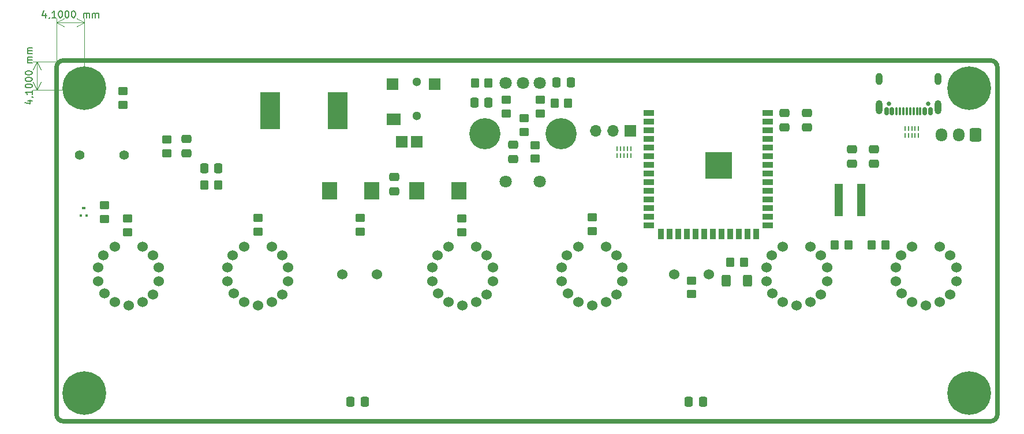
<source format=gbr>
%TF.GenerationSoftware,KiCad,Pcbnew,8.0.6*%
%TF.CreationDate,2024-10-16T19:54:22+02:00*%
%TF.ProjectId,nixie_alarm_main_board,6e697869-655f-4616-9c61-726d5f6d6169,rev?*%
%TF.SameCoordinates,Original*%
%TF.FileFunction,Soldermask,Bot*%
%TF.FilePolarity,Negative*%
%FSLAX46Y46*%
G04 Gerber Fmt 4.6, Leading zero omitted, Abs format (unit mm)*
G04 Created by KiCad (PCBNEW 8.0.6) date 2024-10-16 19:54:22*
%MOMM*%
%LPD*%
G01*
G04 APERTURE LIST*
G04 Aperture macros list*
%AMRoundRect*
0 Rectangle with rounded corners*
0 $1 Rounding radius*
0 $2 $3 $4 $5 $6 $7 $8 $9 X,Y pos of 4 corners*
0 Add a 4 corners polygon primitive as box body*
4,1,4,$2,$3,$4,$5,$6,$7,$8,$9,$2,$3,0*
0 Add four circle primitives for the rounded corners*
1,1,$1+$1,$2,$3*
1,1,$1+$1,$4,$5*
1,1,$1+$1,$6,$7*
1,1,$1+$1,$8,$9*
0 Add four rect primitives between the rounded corners*
20,1,$1+$1,$2,$3,$4,$5,0*
20,1,$1+$1,$4,$5,$6,$7,0*
20,1,$1+$1,$6,$7,$8,$9,0*
20,1,$1+$1,$8,$9,$2,$3,0*%
G04 Aperture macros list end*
%ADD10C,0.700000*%
%ADD11C,0.150000*%
%ADD12C,0.100000*%
%ADD13C,1.524000*%
%ADD14C,0.800000*%
%ADD15C,6.400000*%
%ADD16C,1.800000*%
%ADD17C,4.572000*%
%ADD18RoundRect,0.250000X-0.475000X0.337500X-0.475000X-0.337500X0.475000X-0.337500X0.475000X0.337500X0*%
%ADD19R,0.400000X0.450000*%
%ADD20R,0.500000X0.450000*%
%ADD21RoundRect,0.250000X0.450000X-0.350000X0.450000X0.350000X-0.450000X0.350000X-0.450000X-0.350000X0*%
%ADD22RoundRect,0.250000X-0.450000X0.350000X-0.450000X-0.350000X0.450000X-0.350000X0.450000X0.350000X0*%
%ADD23RoundRect,0.250000X0.337500X0.475000X-0.337500X0.475000X-0.337500X-0.475000X0.337500X-0.475000X0*%
%ADD24R,2.900000X5.400000*%
%ADD25R,0.250000X0.750000*%
%ADD26R,2.300000X2.500000*%
%ADD27R,1.250000X4.700000*%
%ADD28RoundRect,0.250000X0.350000X0.450000X-0.350000X0.450000X-0.350000X-0.450000X0.350000X-0.450000X0*%
%ADD29R,1.700000X1.700000*%
%ADD30O,1.700000X1.700000*%
%ADD31RoundRect,0.250000X0.475000X-0.337500X0.475000X0.337500X-0.475000X0.337500X-0.475000X-0.337500X0*%
%ADD32RoundRect,0.250000X-0.350000X-0.450000X0.350000X-0.450000X0.350000X0.450000X-0.350000X0.450000X0*%
%ADD33RoundRect,0.250000X-0.337500X-0.475000X0.337500X-0.475000X0.337500X0.475000X-0.337500X0.475000X0*%
%ADD34RoundRect,0.250000X-0.400000X-0.625000X0.400000X-0.625000X0.400000X0.625000X-0.400000X0.625000X0*%
%ADD35RoundRect,0.250000X0.600000X0.725000X-0.600000X0.725000X-0.600000X-0.725000X0.600000X-0.725000X0*%
%ADD36O,1.700000X1.950000*%
%ADD37C,1.410000*%
%ADD38C,1.300000*%
%ADD39R,1.800000X1.700000*%
%ADD40R,2.100000X1.800000*%
%ADD41R,1.700000X1.800000*%
%ADD42R,1.500000X0.900000*%
%ADD43R,0.900000X1.500000*%
%ADD44C,0.600000*%
%ADD45R,3.900000X3.900000*%
%ADD46C,0.650000*%
%ADD47RoundRect,0.150000X-0.150000X-0.425000X0.150000X-0.425000X0.150000X0.425000X-0.150000X0.425000X0*%
%ADD48RoundRect,0.075000X-0.075000X-0.500000X0.075000X-0.500000X0.075000X0.500000X-0.075000X0.500000X0*%
%ADD49O,1.000000X1.800000*%
%ADD50O,1.000000X2.100000*%
G04 APERTURE END LIST*
D10*
X223900000Y-126500000D02*
X87900000Y-126500000D01*
X86900000Y-125500000D02*
X86900000Y-74500000D01*
X87900000Y-73500000D02*
X223900000Y-73500000D01*
X86900000Y-74500000D02*
G75*
G02*
X87900000Y-73500000I1000000J0D01*
G01*
X223900000Y-73500000D02*
G75*
G02*
X224900000Y-74500000I0J-1000000D01*
G01*
X224900000Y-125500000D02*
G75*
G02*
X223900000Y-126500000I-1000000J0D01*
G01*
X224900000Y-74500000D02*
X224900000Y-125500000D01*
X87900000Y-126500000D02*
G75*
G02*
X86900000Y-125500000I0J1000000D01*
G01*
D11*
X85283333Y-66538152D02*
X85283333Y-67204819D01*
X85045238Y-66157200D02*
X84807143Y-66871485D01*
X84807143Y-66871485D02*
X85426190Y-66871485D01*
X85854762Y-67157200D02*
X85854762Y-67204819D01*
X85854762Y-67204819D02*
X85807143Y-67300057D01*
X85807143Y-67300057D02*
X85759524Y-67347676D01*
X86807142Y-67204819D02*
X86235714Y-67204819D01*
X86521428Y-67204819D02*
X86521428Y-66204819D01*
X86521428Y-66204819D02*
X86426190Y-66347676D01*
X86426190Y-66347676D02*
X86330952Y-66442914D01*
X86330952Y-66442914D02*
X86235714Y-66490533D01*
X87426190Y-66204819D02*
X87521428Y-66204819D01*
X87521428Y-66204819D02*
X87616666Y-66252438D01*
X87616666Y-66252438D02*
X87664285Y-66300057D01*
X87664285Y-66300057D02*
X87711904Y-66395295D01*
X87711904Y-66395295D02*
X87759523Y-66585771D01*
X87759523Y-66585771D02*
X87759523Y-66823866D01*
X87759523Y-66823866D02*
X87711904Y-67014342D01*
X87711904Y-67014342D02*
X87664285Y-67109580D01*
X87664285Y-67109580D02*
X87616666Y-67157200D01*
X87616666Y-67157200D02*
X87521428Y-67204819D01*
X87521428Y-67204819D02*
X87426190Y-67204819D01*
X87426190Y-67204819D02*
X87330952Y-67157200D01*
X87330952Y-67157200D02*
X87283333Y-67109580D01*
X87283333Y-67109580D02*
X87235714Y-67014342D01*
X87235714Y-67014342D02*
X87188095Y-66823866D01*
X87188095Y-66823866D02*
X87188095Y-66585771D01*
X87188095Y-66585771D02*
X87235714Y-66395295D01*
X87235714Y-66395295D02*
X87283333Y-66300057D01*
X87283333Y-66300057D02*
X87330952Y-66252438D01*
X87330952Y-66252438D02*
X87426190Y-66204819D01*
X88378571Y-66204819D02*
X88473809Y-66204819D01*
X88473809Y-66204819D02*
X88569047Y-66252438D01*
X88569047Y-66252438D02*
X88616666Y-66300057D01*
X88616666Y-66300057D02*
X88664285Y-66395295D01*
X88664285Y-66395295D02*
X88711904Y-66585771D01*
X88711904Y-66585771D02*
X88711904Y-66823866D01*
X88711904Y-66823866D02*
X88664285Y-67014342D01*
X88664285Y-67014342D02*
X88616666Y-67109580D01*
X88616666Y-67109580D02*
X88569047Y-67157200D01*
X88569047Y-67157200D02*
X88473809Y-67204819D01*
X88473809Y-67204819D02*
X88378571Y-67204819D01*
X88378571Y-67204819D02*
X88283333Y-67157200D01*
X88283333Y-67157200D02*
X88235714Y-67109580D01*
X88235714Y-67109580D02*
X88188095Y-67014342D01*
X88188095Y-67014342D02*
X88140476Y-66823866D01*
X88140476Y-66823866D02*
X88140476Y-66585771D01*
X88140476Y-66585771D02*
X88188095Y-66395295D01*
X88188095Y-66395295D02*
X88235714Y-66300057D01*
X88235714Y-66300057D02*
X88283333Y-66252438D01*
X88283333Y-66252438D02*
X88378571Y-66204819D01*
X89330952Y-66204819D02*
X89426190Y-66204819D01*
X89426190Y-66204819D02*
X89521428Y-66252438D01*
X89521428Y-66252438D02*
X89569047Y-66300057D01*
X89569047Y-66300057D02*
X89616666Y-66395295D01*
X89616666Y-66395295D02*
X89664285Y-66585771D01*
X89664285Y-66585771D02*
X89664285Y-66823866D01*
X89664285Y-66823866D02*
X89616666Y-67014342D01*
X89616666Y-67014342D02*
X89569047Y-67109580D01*
X89569047Y-67109580D02*
X89521428Y-67157200D01*
X89521428Y-67157200D02*
X89426190Y-67204819D01*
X89426190Y-67204819D02*
X89330952Y-67204819D01*
X89330952Y-67204819D02*
X89235714Y-67157200D01*
X89235714Y-67157200D02*
X89188095Y-67109580D01*
X89188095Y-67109580D02*
X89140476Y-67014342D01*
X89140476Y-67014342D02*
X89092857Y-66823866D01*
X89092857Y-66823866D02*
X89092857Y-66585771D01*
X89092857Y-66585771D02*
X89140476Y-66395295D01*
X89140476Y-66395295D02*
X89188095Y-66300057D01*
X89188095Y-66300057D02*
X89235714Y-66252438D01*
X89235714Y-66252438D02*
X89330952Y-66204819D01*
X90854762Y-67204819D02*
X90854762Y-66538152D01*
X90854762Y-66633390D02*
X90902381Y-66585771D01*
X90902381Y-66585771D02*
X90997619Y-66538152D01*
X90997619Y-66538152D02*
X91140476Y-66538152D01*
X91140476Y-66538152D02*
X91235714Y-66585771D01*
X91235714Y-66585771D02*
X91283333Y-66681009D01*
X91283333Y-66681009D02*
X91283333Y-67204819D01*
X91283333Y-66681009D02*
X91330952Y-66585771D01*
X91330952Y-66585771D02*
X91426190Y-66538152D01*
X91426190Y-66538152D02*
X91569047Y-66538152D01*
X91569047Y-66538152D02*
X91664286Y-66585771D01*
X91664286Y-66585771D02*
X91711905Y-66681009D01*
X91711905Y-66681009D02*
X91711905Y-67204819D01*
X92188095Y-67204819D02*
X92188095Y-66538152D01*
X92188095Y-66633390D02*
X92235714Y-66585771D01*
X92235714Y-66585771D02*
X92330952Y-66538152D01*
X92330952Y-66538152D02*
X92473809Y-66538152D01*
X92473809Y-66538152D02*
X92569047Y-66585771D01*
X92569047Y-66585771D02*
X92616666Y-66681009D01*
X92616666Y-66681009D02*
X92616666Y-67204819D01*
X92616666Y-66681009D02*
X92664285Y-66585771D01*
X92664285Y-66585771D02*
X92759523Y-66538152D01*
X92759523Y-66538152D02*
X92902380Y-66538152D01*
X92902380Y-66538152D02*
X92997619Y-66585771D01*
X92997619Y-66585771D02*
X93045238Y-66681009D01*
X93045238Y-66681009D02*
X93045238Y-67204819D01*
D12*
X91000000Y-77300000D02*
X91000000Y-67313580D01*
X86900000Y-77300000D02*
X86900000Y-67313580D01*
X91000000Y-67900000D02*
X86900000Y-67900000D01*
X91000000Y-67900000D02*
X86900000Y-67900000D01*
X91000000Y-67900000D02*
X89873496Y-68486421D01*
X91000000Y-67900000D02*
X89873496Y-67313579D01*
X86900000Y-67900000D02*
X88026504Y-67313579D01*
X86900000Y-67900000D02*
X88026504Y-68486421D01*
D11*
X82638152Y-79416666D02*
X83304819Y-79416666D01*
X82257200Y-79654761D02*
X82971485Y-79892856D01*
X82971485Y-79892856D02*
X82971485Y-79273809D01*
X83257200Y-78845237D02*
X83304819Y-78845237D01*
X83304819Y-78845237D02*
X83400057Y-78892856D01*
X83400057Y-78892856D02*
X83447676Y-78940475D01*
X83304819Y-77892857D02*
X83304819Y-78464285D01*
X83304819Y-78178571D02*
X82304819Y-78178571D01*
X82304819Y-78178571D02*
X82447676Y-78273809D01*
X82447676Y-78273809D02*
X82542914Y-78369047D01*
X82542914Y-78369047D02*
X82590533Y-78464285D01*
X82304819Y-77273809D02*
X82304819Y-77178571D01*
X82304819Y-77178571D02*
X82352438Y-77083333D01*
X82352438Y-77083333D02*
X82400057Y-77035714D01*
X82400057Y-77035714D02*
X82495295Y-76988095D01*
X82495295Y-76988095D02*
X82685771Y-76940476D01*
X82685771Y-76940476D02*
X82923866Y-76940476D01*
X82923866Y-76940476D02*
X83114342Y-76988095D01*
X83114342Y-76988095D02*
X83209580Y-77035714D01*
X83209580Y-77035714D02*
X83257200Y-77083333D01*
X83257200Y-77083333D02*
X83304819Y-77178571D01*
X83304819Y-77178571D02*
X83304819Y-77273809D01*
X83304819Y-77273809D02*
X83257200Y-77369047D01*
X83257200Y-77369047D02*
X83209580Y-77416666D01*
X83209580Y-77416666D02*
X83114342Y-77464285D01*
X83114342Y-77464285D02*
X82923866Y-77511904D01*
X82923866Y-77511904D02*
X82685771Y-77511904D01*
X82685771Y-77511904D02*
X82495295Y-77464285D01*
X82495295Y-77464285D02*
X82400057Y-77416666D01*
X82400057Y-77416666D02*
X82352438Y-77369047D01*
X82352438Y-77369047D02*
X82304819Y-77273809D01*
X82304819Y-76321428D02*
X82304819Y-76226190D01*
X82304819Y-76226190D02*
X82352438Y-76130952D01*
X82352438Y-76130952D02*
X82400057Y-76083333D01*
X82400057Y-76083333D02*
X82495295Y-76035714D01*
X82495295Y-76035714D02*
X82685771Y-75988095D01*
X82685771Y-75988095D02*
X82923866Y-75988095D01*
X82923866Y-75988095D02*
X83114342Y-76035714D01*
X83114342Y-76035714D02*
X83209580Y-76083333D01*
X83209580Y-76083333D02*
X83257200Y-76130952D01*
X83257200Y-76130952D02*
X83304819Y-76226190D01*
X83304819Y-76226190D02*
X83304819Y-76321428D01*
X83304819Y-76321428D02*
X83257200Y-76416666D01*
X83257200Y-76416666D02*
X83209580Y-76464285D01*
X83209580Y-76464285D02*
X83114342Y-76511904D01*
X83114342Y-76511904D02*
X82923866Y-76559523D01*
X82923866Y-76559523D02*
X82685771Y-76559523D01*
X82685771Y-76559523D02*
X82495295Y-76511904D01*
X82495295Y-76511904D02*
X82400057Y-76464285D01*
X82400057Y-76464285D02*
X82352438Y-76416666D01*
X82352438Y-76416666D02*
X82304819Y-76321428D01*
X82304819Y-75369047D02*
X82304819Y-75273809D01*
X82304819Y-75273809D02*
X82352438Y-75178571D01*
X82352438Y-75178571D02*
X82400057Y-75130952D01*
X82400057Y-75130952D02*
X82495295Y-75083333D01*
X82495295Y-75083333D02*
X82685771Y-75035714D01*
X82685771Y-75035714D02*
X82923866Y-75035714D01*
X82923866Y-75035714D02*
X83114342Y-75083333D01*
X83114342Y-75083333D02*
X83209580Y-75130952D01*
X83209580Y-75130952D02*
X83257200Y-75178571D01*
X83257200Y-75178571D02*
X83304819Y-75273809D01*
X83304819Y-75273809D02*
X83304819Y-75369047D01*
X83304819Y-75369047D02*
X83257200Y-75464285D01*
X83257200Y-75464285D02*
X83209580Y-75511904D01*
X83209580Y-75511904D02*
X83114342Y-75559523D01*
X83114342Y-75559523D02*
X82923866Y-75607142D01*
X82923866Y-75607142D02*
X82685771Y-75607142D01*
X82685771Y-75607142D02*
X82495295Y-75559523D01*
X82495295Y-75559523D02*
X82400057Y-75511904D01*
X82400057Y-75511904D02*
X82352438Y-75464285D01*
X82352438Y-75464285D02*
X82304819Y-75369047D01*
X83304819Y-73845237D02*
X82638152Y-73845237D01*
X82733390Y-73845237D02*
X82685771Y-73797618D01*
X82685771Y-73797618D02*
X82638152Y-73702380D01*
X82638152Y-73702380D02*
X82638152Y-73559523D01*
X82638152Y-73559523D02*
X82685771Y-73464285D01*
X82685771Y-73464285D02*
X82781009Y-73416666D01*
X82781009Y-73416666D02*
X83304819Y-73416666D01*
X82781009Y-73416666D02*
X82685771Y-73369047D01*
X82685771Y-73369047D02*
X82638152Y-73273809D01*
X82638152Y-73273809D02*
X82638152Y-73130952D01*
X82638152Y-73130952D02*
X82685771Y-73035713D01*
X82685771Y-73035713D02*
X82781009Y-72988094D01*
X82781009Y-72988094D02*
X83304819Y-72988094D01*
X83304819Y-72511904D02*
X82638152Y-72511904D01*
X82733390Y-72511904D02*
X82685771Y-72464285D01*
X82685771Y-72464285D02*
X82638152Y-72369047D01*
X82638152Y-72369047D02*
X82638152Y-72226190D01*
X82638152Y-72226190D02*
X82685771Y-72130952D01*
X82685771Y-72130952D02*
X82781009Y-72083333D01*
X82781009Y-72083333D02*
X83304819Y-72083333D01*
X82781009Y-72083333D02*
X82685771Y-72035714D01*
X82685771Y-72035714D02*
X82638152Y-71940476D01*
X82638152Y-71940476D02*
X82638152Y-71797619D01*
X82638152Y-71797619D02*
X82685771Y-71702380D01*
X82685771Y-71702380D02*
X82781009Y-71654761D01*
X82781009Y-71654761D02*
X83304819Y-71654761D01*
D12*
X90500000Y-77800000D02*
X83413580Y-77800000D01*
X90500000Y-73700000D02*
X83413580Y-73700000D01*
X84000000Y-77800000D02*
X84000000Y-73700000D01*
X84000000Y-77800000D02*
X84000000Y-73700000D01*
X84000000Y-77800000D02*
X83413579Y-76673496D01*
X84000000Y-77800000D02*
X84586421Y-76673496D01*
X84000000Y-73700000D02*
X84586421Y-74826504D01*
X84000000Y-73700000D02*
X83413579Y-74826504D01*
D13*
%TO.C,NE1*%
X182590000Y-104928000D03*
X177510000Y-104928000D03*
%TD*%
D14*
%TO.C,H3*%
X88600000Y-122400000D03*
X89302944Y-120702944D03*
X89302944Y-124097056D03*
X91000000Y-120000000D03*
D15*
X91000000Y-122400000D03*
D14*
X91000000Y-124800000D03*
X92697056Y-120702944D03*
X92697056Y-124097056D03*
X93400000Y-122400000D03*
%TD*%
D13*
%TO.C,N1*%
X210767000Y-102134000D03*
X216482000Y-100864000D03*
X218006000Y-102134000D03*
X218895000Y-103912000D03*
X218006000Y-107849000D03*
X216482000Y-108992000D03*
X214450000Y-109500000D03*
X212418000Y-108992000D03*
X210894000Y-107722000D03*
X210005000Y-103912000D03*
X218895000Y-105944000D03*
X210005000Y-105944000D03*
X212418000Y-100864000D03*
%TD*%
%TO.C,NE2*%
X128810000Y-104928000D03*
X133890000Y-104928000D03*
%TD*%
%TO.C,N4*%
X142767000Y-102134000D03*
X148482000Y-100864000D03*
X150006000Y-102134000D03*
X150895000Y-103912000D03*
X150006000Y-107849000D03*
X148482000Y-108992000D03*
X146450000Y-109500000D03*
X144418000Y-108992000D03*
X142894000Y-107722000D03*
X142005000Y-103912000D03*
X150895000Y-105944000D03*
X142005000Y-105944000D03*
X144418000Y-100864000D03*
%TD*%
%TO.C,N5*%
X112767000Y-102134000D03*
X118482000Y-100864000D03*
X120006000Y-102134000D03*
X120895000Y-103912000D03*
X120006000Y-107849000D03*
X118482000Y-108992000D03*
X116450000Y-109500000D03*
X114418000Y-108992000D03*
X112894000Y-107722000D03*
X112005000Y-103912000D03*
X120895000Y-105944000D03*
X112005000Y-105944000D03*
X114418000Y-100864000D03*
%TD*%
D14*
%TO.C,H4*%
X218400000Y-122400000D03*
X219102944Y-120702944D03*
X219102944Y-124097056D03*
X220800000Y-120000000D03*
D15*
X220800000Y-122400000D03*
D14*
X220800000Y-124800000D03*
X222497056Y-120702944D03*
X222497056Y-124097056D03*
X223200000Y-122400000D03*
%TD*%
D16*
%TO.C,ENC1*%
X157800000Y-91278000D03*
X152800000Y-91278000D03*
X157800000Y-76778000D03*
X152800000Y-76778000D03*
X155300000Y-76778000D03*
D17*
X160900000Y-84278000D03*
X149700000Y-84278000D03*
%TD*%
D14*
%TO.C,H1*%
X88600000Y-77600000D03*
X89302944Y-75902944D03*
X89302944Y-79297056D03*
X91000000Y-75200000D03*
D15*
X91000000Y-77600000D03*
D14*
X91000000Y-80000000D03*
X92697056Y-75902944D03*
X92697056Y-79297056D03*
X93400000Y-77600000D03*
%TD*%
D13*
%TO.C,N6*%
X93767000Y-102134000D03*
X99482000Y-100864000D03*
X101006000Y-102134000D03*
X101895000Y-103912000D03*
X101006000Y-107849000D03*
X99482000Y-108992000D03*
X97450000Y-109500000D03*
X95418000Y-108992000D03*
X93894000Y-107722000D03*
X93005000Y-103912000D03*
X101895000Y-105944000D03*
X93005000Y-105944000D03*
X95418000Y-100864000D03*
%TD*%
%TO.C,N2*%
X191767000Y-102134000D03*
X197482000Y-100864000D03*
X199006000Y-102134000D03*
X199895000Y-103912000D03*
X199006000Y-107849000D03*
X197482000Y-108992000D03*
X195450000Y-109500000D03*
X193418000Y-108992000D03*
X191894000Y-107722000D03*
X191005000Y-103912000D03*
X199895000Y-105944000D03*
X191005000Y-105944000D03*
X193418000Y-100864000D03*
%TD*%
%TO.C,N3*%
X161767000Y-102134000D03*
X167482000Y-100864000D03*
X169006000Y-102134000D03*
X169895000Y-103912000D03*
X169006000Y-107849000D03*
X167482000Y-108992000D03*
X165450000Y-109500000D03*
X163418000Y-108992000D03*
X161894000Y-107722000D03*
X161005000Y-103912000D03*
X169895000Y-105944000D03*
X161005000Y-105944000D03*
X163418000Y-100864000D03*
%TD*%
D14*
%TO.C,H2*%
X218400000Y-77600000D03*
X219102944Y-75902944D03*
X219102944Y-79297056D03*
X220800000Y-75200000D03*
D15*
X220800000Y-77600000D03*
D14*
X220800000Y-80000000D03*
X222497056Y-75902944D03*
X222497056Y-79297056D03*
X223200000Y-77600000D03*
%TD*%
D18*
%TO.C,C18*%
X197000000Y-81240500D03*
X197000000Y-83315500D03*
%TD*%
D19*
%TO.C,Q1*%
X91300000Y-96303000D03*
X90500000Y-96303000D03*
D20*
X90900000Y-95153000D03*
%TD*%
D18*
%TO.C,C4*%
X153900000Y-85890500D03*
X153900000Y-87965500D03*
%TD*%
D21*
%TO.C,R35*%
X93950000Y-96778000D03*
X93950000Y-94778000D03*
%TD*%
D18*
%TO.C,C10*%
X105950000Y-85062500D03*
X105950000Y-87137500D03*
%TD*%
D22*
%TO.C,R28*%
X146350000Y-96728000D03*
X146350000Y-98728000D03*
%TD*%
D23*
%TO.C,C13*%
X110637500Y-89328000D03*
X108562500Y-89328000D03*
%TD*%
D24*
%TO.C,L2*%
X128150000Y-80878000D03*
X118250000Y-80878000D03*
%TD*%
D18*
%TO.C,C22*%
X136450000Y-90640500D03*
X136450000Y-92715500D03*
%TD*%
D25*
%TO.C,D1*%
X211340000Y-83500000D03*
X211840000Y-83500000D03*
X212340000Y-83500000D03*
X212840000Y-83500000D03*
X213340000Y-83500000D03*
X213340000Y-84500000D03*
X212840000Y-84500000D03*
X212340000Y-84500000D03*
X211840000Y-84500000D03*
X211340000Y-84500000D03*
%TD*%
D26*
%TO.C,C20*%
X133150000Y-92678000D03*
X126950000Y-92678000D03*
%TD*%
D27*
%TO.C,L1*%
X204905000Y-93990000D03*
X201655000Y-93990000D03*
%TD*%
D28*
%TO.C,R16*%
X187700000Y-103128000D03*
X185700000Y-103128000D03*
%TD*%
D29*
%TO.C,J5*%
X171050000Y-83848000D03*
D30*
X168510000Y-83848000D03*
X165970000Y-83848000D03*
%TD*%
D22*
%TO.C,R8*%
X157050000Y-85928000D03*
X157050000Y-87928000D03*
%TD*%
D21*
%TO.C,R18*%
X152850000Y-81278000D03*
X152850000Y-79278000D03*
%TD*%
D25*
%TO.C,D3*%
X169150000Y-86460000D03*
X169650000Y-86460000D03*
X170150000Y-86460000D03*
X170650000Y-86460000D03*
X171150000Y-86460000D03*
X171150000Y-87460000D03*
X170650000Y-87460000D03*
X170150000Y-87460000D03*
X169650000Y-87460000D03*
X169150000Y-87460000D03*
%TD*%
D31*
%TO.C,C19*%
X193700000Y-83315500D03*
X193700000Y-81240500D03*
%TD*%
D32*
%TO.C,R14*%
X108600000Y-91828000D03*
X110600000Y-91828000D03*
%TD*%
D18*
%TO.C,C1*%
X203600000Y-86562500D03*
X203600000Y-88637500D03*
%TD*%
D22*
%TO.C,R27*%
X131450000Y-96628000D03*
X131450000Y-98628000D03*
%TD*%
D32*
%TO.C,R23*%
X206450000Y-100628000D03*
X208450000Y-100628000D03*
%TD*%
D33*
%TO.C,C9*%
X179612500Y-123628000D03*
X181687500Y-123628000D03*
%TD*%
D34*
%TO.C,R15*%
X185150000Y-105828000D03*
X188250000Y-105828000D03*
%TD*%
D21*
%TO.C,R7*%
X155450000Y-83978000D03*
X155450000Y-81978000D03*
%TD*%
%TO.C,R44*%
X103050000Y-87130000D03*
X103050000Y-85130000D03*
%TD*%
D28*
%TO.C,R22*%
X203050000Y-100628000D03*
X201050000Y-100628000D03*
%TD*%
D23*
%TO.C,C15*%
X162337500Y-76700000D03*
X160262500Y-76700000D03*
%TD*%
D21*
%TO.C,R21*%
X180050000Y-107828000D03*
X180050000Y-105828000D03*
%TD*%
D18*
%TO.C,C29*%
X206800000Y-86562500D03*
X206800000Y-88637500D03*
%TD*%
D33*
%TO.C,C14*%
X148162500Y-79678000D03*
X150237500Y-79678000D03*
%TD*%
D35*
%TO.C,J2*%
X221700000Y-84428000D03*
D36*
X219200000Y-84428000D03*
X216700000Y-84428000D03*
%TD*%
D22*
%TO.C,R17*%
X157850000Y-79278000D03*
X157850000Y-81278000D03*
%TD*%
D32*
%TO.C,R20*%
X159950000Y-79750000D03*
X161950000Y-79750000D03*
%TD*%
D23*
%TO.C,C8*%
X132087500Y-123628000D03*
X130012500Y-123628000D03*
%TD*%
D37*
%TO.C,LS1*%
X96800000Y-87428000D03*
X90300000Y-87428000D03*
%TD*%
D22*
%TO.C,R25*%
X165450000Y-96528000D03*
X165450000Y-98528000D03*
%TD*%
%TO.C,R31*%
X116420000Y-96640000D03*
X116420000Y-98640000D03*
%TD*%
D28*
%TO.C,R19*%
X150250000Y-76778000D03*
X148250000Y-76778000D03*
%TD*%
D38*
%TO.C,J1*%
X139750000Y-76628000D03*
X139750000Y-81628000D03*
D39*
X139750000Y-85478000D03*
D40*
X136350000Y-82128000D03*
D39*
X137500000Y-85478000D03*
D41*
X142350000Y-76978000D03*
X136150000Y-76978000D03*
%TD*%
D21*
%TO.C,R11*%
X96600000Y-80000000D03*
X96600000Y-78000000D03*
%TD*%
D22*
%TO.C,R33*%
X97350000Y-96728000D03*
X97350000Y-98728000D03*
%TD*%
D26*
%TO.C,C21*%
X139750000Y-92678000D03*
X145950000Y-92678000D03*
%TD*%
D42*
%TO.C,U1*%
X191250000Y-81208000D03*
X191250000Y-82478000D03*
X191250000Y-83748000D03*
X191250000Y-85018000D03*
X191250000Y-86288000D03*
X191250000Y-87558000D03*
X191250000Y-88828000D03*
X191250000Y-90098000D03*
X191250000Y-91368000D03*
X191250000Y-92638000D03*
X191250000Y-93908000D03*
X191250000Y-95178000D03*
X191250000Y-96448000D03*
X191250000Y-97718000D03*
D43*
X189485000Y-98968000D03*
X188215000Y-98968000D03*
X186945000Y-98968000D03*
X185675000Y-98968000D03*
X184405000Y-98968000D03*
X183135000Y-98968000D03*
X181865000Y-98968000D03*
X180595000Y-98968000D03*
X179325000Y-98968000D03*
X178055000Y-98968000D03*
X176785000Y-98968000D03*
X175515000Y-98968000D03*
D42*
X173750000Y-97718000D03*
X173750000Y-96448000D03*
X173750000Y-95178000D03*
X173750000Y-93908000D03*
X173750000Y-92638000D03*
X173750000Y-91368000D03*
X173750000Y-90098000D03*
X173750000Y-88828000D03*
X173750000Y-87558000D03*
X173750000Y-86288000D03*
X173750000Y-85018000D03*
X173750000Y-83748000D03*
X173750000Y-82478000D03*
X173750000Y-81208000D03*
D44*
X185400000Y-89628000D03*
X185400000Y-88228000D03*
X184700000Y-90328000D03*
X184700000Y-88928000D03*
X184700000Y-87528000D03*
X184000000Y-89628000D03*
D45*
X184000000Y-88928000D03*
D44*
X184000000Y-88228000D03*
X183300000Y-90328000D03*
X183300000Y-88928000D03*
X183300000Y-87528000D03*
X182600000Y-89628000D03*
X182600000Y-88228000D03*
%TD*%
D46*
%TO.C,J3*%
X208960000Y-79893000D03*
X214740000Y-79893000D03*
D47*
X208650000Y-80968000D03*
X209450000Y-80968000D03*
D48*
X210600000Y-80968000D03*
X211600000Y-80968000D03*
X212100000Y-80968000D03*
X213100000Y-80968000D03*
D47*
X214250000Y-80968000D03*
X215050000Y-80968000D03*
X215050000Y-80968000D03*
X214250000Y-80968000D03*
D48*
X213600000Y-80968000D03*
X212600000Y-80968000D03*
X211100000Y-80968000D03*
X210100000Y-80968000D03*
D47*
X209450000Y-80968000D03*
X208650000Y-80968000D03*
D49*
X207530000Y-76213000D03*
D50*
X207530000Y-80393000D03*
D49*
X216170000Y-76213000D03*
D50*
X216170000Y-80393000D03*
%TD*%
M02*

</source>
